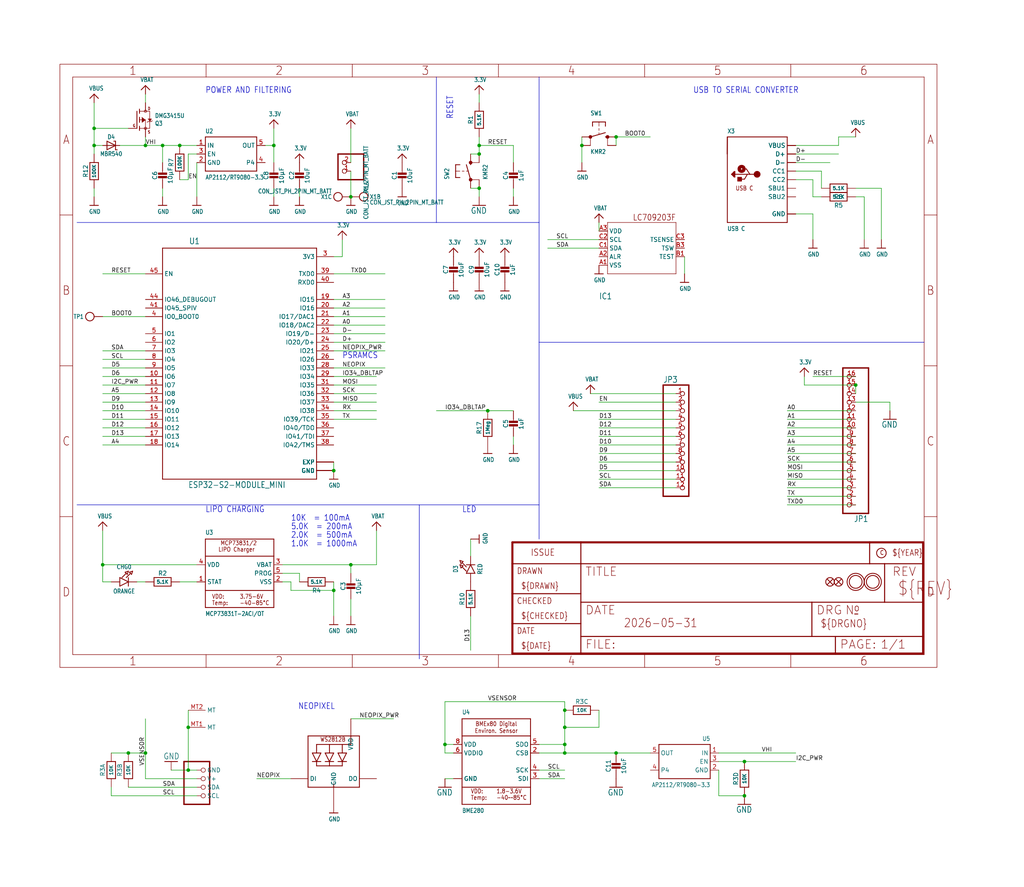
<source format=kicad_sch>
(kicad_sch (version 20230121) (generator eeschema)
  (paper "User" 303.962 263.246)
  (junction (at 167.64 220.98))
  (junction (at 142.24 55.88))
  (junction (at 43.18 43.18))
  (junction (at 172.72 43.18))
  (junction (at 142.24 43.18))
  (junction (at 81.28 43.18))
  (junction (at 27.94 38.1))
  (junction (at 167.64 210.82))
  (junction (at 53.34 43.18))
  (junction (at 55.88 215.9))
  (junction (at 182.88 40.64))
  (junction (at 48.26 43.18))
  (junction (at 142.24 45.72))
  (junction (at 132.08 220.98))
  (junction (at 254 114.3))
  (junction (at 220.98 236.22))
  (junction (at 38.1 223.52))
  (junction (at 144.78 121.92))
  (junction (at 43.18 223.52))
  (junction (at 104.14 167.64))
  (junction (at 104.14 58.42))
  (junction (at 167.64 215.9))
  (junction (at 167.64 223.52))
  (junction (at 220.98 226.06))
  (junction (at 27.94 43.18))
  (junction (at 30.48 167.64))
  (junction (at 99.06 175.26))
  (junction (at 182.88 223.52))
  (junction (at 55.88 228.6))
  (junction (at 99.06 139.7))
  (wire (pts (xy 35.56 43.18) (xy 43.18 43.18)) (stroke (width 0.1524)))
  (wire (pts (xy 220.98 226.06) (xy 236.22 226.06)) (stroke (width 0.1524)))
  (wire (pts (xy 38.1 38.1) (xy 27.94 38.1)) (stroke (width 0.1524)))
  (wire (pts (xy 160.02 220.98) (xy 167.64 220.98)) (stroke (width 0.1524)))
  (wire (pts (xy 238.76 111.76) (xy 238.76 114.3)) (stroke (width 0.1524)))
  (polyline (pts (xy 129.54 66.04) (xy 129.54 22.86)) (stroke (width 0.1524) (type solid)))
  (wire (pts (xy 99.06 76.2) (xy 101.6 76.2)) (stroke (width 0.1524)))
  (wire (pts (xy 162.56 73.66) (xy 177.8 73.66)) (stroke (width 0.1524)))
  (wire (pts (xy 254 149.86) (xy 233.68 149.86)) (stroke (width 0.1524)))
  (wire (pts (xy 43.18 231.14) (xy 58.42 231.14)) (stroke (width 0.1524)))
  (polyline (pts (xy 160.02 160.02) (xy 160.02 149.86)) (stroke (width 0.1524) (type solid)))
  (wire (pts (xy 254 137.16) (xy 233.68 137.16)) (stroke (width 0.1524)))
  (wire (pts (xy 55.88 210.82) (xy 55.88 215.9)) (stroke (width 0.1524)))
  (wire (pts (xy 254 121.92) (xy 233.68 121.92)) (stroke (width 0.1524)))
  (wire (pts (xy 254 139.7) (xy 233.68 139.7)) (stroke (width 0.1524)))
  (wire (pts (xy 86.36 175.26) (xy 99.06 175.26)) (stroke (width 0.1524)))
  (wire (pts (xy 83.82 172.72) (xy 86.36 172.72)) (stroke (width 0.1524)))
  (wire (pts (xy 43.18 40.64) (xy 43.18 43.18)) (stroke (width 0.1524)))
  (wire (pts (xy 43.18 223.52) (xy 43.18 213.36)) (stroke (width 0.1524)))
  (wire (pts (xy 48.26 55.88) (xy 48.26 58.42)) (stroke (width 0.1524)))
  (wire (pts (xy 43.18 93.98) (xy 30.48 93.98)) (stroke (width 0.1524)))
  (wire (pts (xy 142.24 45.72) (xy 139.7 45.72)) (stroke (width 0.1524)))
  (wire (pts (xy 43.18 119.38) (xy 30.48 119.38)) (stroke (width 0.1524)))
  (wire (pts (xy 177.8 132.08) (xy 200.66 132.08)) (stroke (width 0.1524)))
  (wire (pts (xy 99.06 96.52) (xy 114.3 96.52)) (stroke (width 0.1524)))
  (wire (pts (xy 111.76 157.48) (xy 111.76 167.64)) (stroke (width 0.1524)))
  (wire (pts (xy 81.28 48.26) (xy 81.28 43.18)) (stroke (width 0.1524)))
  (wire (pts (xy 43.18 43.18) (xy 48.26 43.18)) (stroke (width 0.1524)))
  (wire (pts (xy 30.48 127) (xy 43.18 127)) (stroke (width 0.1524)))
  (wire (pts (xy 99.06 172.72) (xy 99.06 175.26)) (stroke (width 0.1524)))
  (wire (pts (xy 99.06 109.22) (xy 114.3 109.22)) (stroke (width 0.1524)))
  (wire (pts (xy 142.24 43.18) (xy 142.24 45.72)) (stroke (width 0.1524)))
  (wire (pts (xy 78.74 43.18) (xy 81.28 43.18)) (stroke (width 0.1524)))
  (wire (pts (xy 177.8 119.38) (xy 200.66 119.38)) (stroke (width 0.1524)))
  (wire (pts (xy 177.8 71.12) (xy 162.56 71.12)) (stroke (width 0.1524)))
  (wire (pts (xy 104.14 170.18) (xy 104.14 167.64)) (stroke (width 0.1524)))
  (wire (pts (xy 81.28 55.88) (xy 81.28 58.42)) (stroke (width 0.1524)))
  (wire (pts (xy 182.88 40.64) (xy 193.04 40.64)) (stroke (width 0.1524)))
  (wire (pts (xy 182.88 40.64) (xy 182.88 43.18)) (stroke (width 0.1524)))
  (wire (pts (xy 83.82 167.64) (xy 104.14 167.64)) (stroke (width 0.1524)))
  (wire (pts (xy 104.14 213.36) (xy 116.84 213.36)) (stroke (width 0.1524)))
  (wire (pts (xy 27.94 45.72) (xy 27.94 43.18)) (stroke (width 0.1524)))
  (wire (pts (xy 99.06 93.98) (xy 114.3 93.98)) (stroke (width 0.1524)))
  (wire (pts (xy 33.02 223.52) (xy 38.1 223.52)) (stroke (width 0.1524)))
  (wire (pts (xy 200.66 129.54) (xy 177.8 129.54)) (stroke (width 0.1524)))
  (wire (pts (xy 43.18 81.28) (xy 30.48 81.28)) (stroke (width 0.1524)))
  (wire (pts (xy 213.36 236.22) (xy 220.98 236.22)) (stroke (width 0.1524)))
  (wire (pts (xy 172.72 40.64) (xy 172.72 43.18)) (stroke (width 0.1524)))
  (wire (pts (xy 83.82 170.18) (xy 88.9 170.18)) (stroke (width 0.1524)))
  (wire (pts (xy 99.06 99.06) (xy 114.3 99.06)) (stroke (width 0.1524)))
  (wire (pts (xy 99.06 175.26) (xy 99.06 182.88)) (stroke (width 0.1524)))
  (wire (pts (xy 236.22 223.52) (xy 213.36 223.52)) (stroke (width 0.1524)))
  (wire (pts (xy 81.28 43.18) (xy 81.28 38.1)) (stroke (width 0.1524)))
  (wire (pts (xy 43.18 27.94) (xy 43.18 30.48)) (stroke (width 0.1524)))
  (wire (pts (xy 99.06 88.9) (xy 114.3 88.9)) (stroke (width 0.1524)))
  (wire (pts (xy 99.06 114.3) (xy 111.76 114.3)) (stroke (width 0.1524)))
  (wire (pts (xy 27.94 58.42) (xy 27.94 55.88)) (stroke (width 0.1524)))
  (polyline (pts (xy 22.86 66.04) (xy 129.54 66.04)) (stroke (width 0.1524) (type solid)))
  (wire (pts (xy 99.06 91.44) (xy 114.3 91.44)) (stroke (width 0.1524)))
  (wire (pts (xy 27.94 43.18) (xy 27.94 38.1)) (stroke (width 0.1524)))
  (wire (pts (xy 58.42 48.26) (xy 58.42 58.42)) (stroke (width 0.1524)))
  (wire (pts (xy 104.14 38.1) (xy 104.14 48.26)) (stroke (width 0.1524)))
  (wire (pts (xy 254 58.42) (xy 256.54 58.42)) (stroke (width 0.1524)))
  (wire (pts (xy 104.14 58.42) (xy 104.14 50.8)) (stroke (width 0.1524)))
  (wire (pts (xy 99.06 81.28) (xy 114.3 81.28)) (stroke (width 0.1524)))
  (wire (pts (xy 132.08 220.98) (xy 132.08 208.28)) (stroke (width 0.1524)))
  (wire (pts (xy 30.48 157.48) (xy 30.48 167.64)) (stroke (width 0.1524)))
  (wire (pts (xy 58.42 233.68) (xy 38.1 233.68)) (stroke (width 0.1524)))
  (wire (pts (xy 152.4 58.42) (xy 152.4 55.88)) (stroke (width 0.1524)))
  (polyline (pts (xy 274.32 101.6) (xy 160.02 101.6)) (stroke (width 0.1524) (type solid)))
  (polyline (pts (xy 160.02 66.04) (xy 160.02 22.86)) (stroke (width 0.1524) (type solid)))
  (wire (pts (xy 142.24 40.64) (xy 142.24 43.18)) (stroke (width 0.1524)))
  (wire (pts (xy 99.06 104.14) (xy 114.3 104.14)) (stroke (width 0.1524)))
  (wire (pts (xy 134.62 220.98) (xy 132.08 220.98)) (stroke (width 0.1524)))
  (wire (pts (xy 144.78 121.92) (xy 129.54 121.92)) (stroke (width 0.1524)))
  (wire (pts (xy 43.18 231.14) (xy 43.18 223.52)) (stroke (width 0.1524)))
  (wire (pts (xy 200.66 142.24) (xy 177.8 142.24)) (stroke (width 0.1524)))
  (wire (pts (xy 132.08 231.14) (xy 134.62 231.14)) (stroke (width 0.1524)))
  (wire (pts (xy 167.64 220.98) (xy 167.64 223.52)) (stroke (width 0.1524)))
  (wire (pts (xy 172.72 43.18) (xy 172.72 48.26)) (stroke (width 0.1524)))
  (wire (pts (xy 53.34 53.34) (xy 55.88 53.34)) (stroke (width 0.1524)))
  (wire (pts (xy 254 119.38) (xy 264.16 119.38)) (stroke (width 0.1524)))
  (wire (pts (xy 142.24 27.94) (xy 142.24 30.48)) (stroke (width 0.1524)))
  (wire (pts (xy 104.14 177.8) (xy 104.14 182.88)) (stroke (width 0.1524)))
  (wire (pts (xy 55.88 228.6) (xy 58.42 228.6)) (stroke (width 0.1524)))
  (wire (pts (xy 139.7 55.88) (xy 142.24 55.88)) (stroke (width 0.1524)))
  (wire (pts (xy 86.36 172.72) (xy 86.36 175.26)) (stroke (width 0.1524)))
  (wire (pts (xy 254 132.08) (xy 233.68 132.08)) (stroke (width 0.1524)))
  (wire (pts (xy 43.18 124.46) (xy 30.48 124.46)) (stroke (width 0.1524)))
  (wire (pts (xy 152.4 121.92) (xy 144.78 121.92)) (stroke (width 0.1524)))
  (wire (pts (xy 30.48 43.18) (xy 27.94 43.18)) (stroke (width 0.1524)))
  (wire (pts (xy 200.66 121.92) (xy 170.18 121.92)) (stroke (width 0.1524)))
  (wire (pts (xy 55.88 228.6) (xy 50.8 228.6)) (stroke (width 0.1524)))
  (wire (pts (xy 43.18 129.54) (xy 30.48 129.54)) (stroke (width 0.1524)))
  (wire (pts (xy 55.88 215.9) (xy 55.88 228.6)) (stroke (width 0.1524)))
  (wire (pts (xy 177.8 210.82) (xy 177.8 215.9)) (stroke (width 0.1524)))
  (wire (pts (xy 264.16 119.38) (xy 264.16 121.92)) (stroke (width 0.1524)))
  (wire (pts (xy 86.36 231.14) (xy 76.2 231.14)) (stroke (width 0.1524)))
  (polyline (pts (xy 124.46 149.86) (xy 22.86 149.86)) (stroke (width 0.1524) (type solid)))
  (wire (pts (xy 220.98 226.06) (xy 213.36 226.06)) (stroke (width 0.1524)))
  (polyline (pts (xy 124.46 149.86) (xy 124.46 195.58)) (stroke (width 0.1524) (type solid)))
  (wire (pts (xy 193.04 223.52) (xy 182.88 223.52)) (stroke (width 0.1524)))
  (wire (pts (xy 160.02 223.52) (xy 167.64 223.52)) (stroke (width 0.1524)))
  (wire (pts (xy 33.02 236.22) (xy 33.02 233.68)) (stroke (width 0.1524)))
  (wire (pts (xy 200.66 139.7) (xy 177.8 139.7)) (stroke (width 0.1524)))
  (wire (pts (xy 30.48 111.76) (xy 43.18 111.76)) (stroke (width 0.1524)))
  (wire (pts (xy 30.48 104.14) (xy 43.18 104.14)) (stroke (width 0.1524)))
  (wire (pts (xy 167.64 208.28) (xy 167.64 210.82)) (stroke (width 0.1524)))
  (wire (pts (xy 99.06 121.92) (xy 111.76 121.92)) (stroke (width 0.1524)))
  (wire (pts (xy 200.66 124.46) (xy 177.8 124.46)) (stroke (width 0.1524)))
  (wire (pts (xy 142.24 43.18) (xy 152.4 43.18)) (stroke (width 0.1524)))
  (wire (pts (xy 58.42 236.22) (xy 33.02 236.22)) (stroke (width 0.1524)))
  (wire (pts (xy 241.3 53.34) (xy 241.3 58.42)) (stroke (width 0.1524)))
  (wire (pts (xy 233.68 129.54) (xy 254 129.54)) (stroke (width 0.1524)))
  (wire (pts (xy 139.7 182.88) (xy 139.7 193.04)) (stroke (width 0.1524)))
  (wire (pts (xy 43.18 116.84) (xy 30.48 116.84)) (stroke (width 0.1524)))
  (wire (pts (xy 243.84 50.8) (xy 243.84 55.88)) (stroke (width 0.1524)))
  (wire (pts (xy 213.36 228.6) (xy 213.36 236.22)) (stroke (width 0.1524)))
  (wire (pts (xy 132.08 223.52) (xy 132.08 220.98)) (stroke (width 0.1524)))
  (wire (pts (xy 236.22 50.8) (xy 243.84 50.8)) (stroke (width 0.1524)))
  (polyline (pts (xy 160.02 149.86) (xy 160.02 101.6)) (stroke (width 0.1524) (type solid)))
  (wire (pts (xy 111.76 124.46) (xy 99.06 124.46)) (stroke (width 0.1524)))
  (wire (pts (xy 30.48 121.92) (xy 43.18 121.92)) (stroke (width 0.1524)))
  (wire (pts (xy 104.14 167.64) (xy 111.76 167.64)) (stroke (width 0.1524)))
  (wire (pts (xy 53.34 43.18) (xy 48.26 43.18)) (stroke (width 0.1524)))
  (wire (pts (xy 167.64 215.9) (xy 167.64 220.98)) (stroke (width 0.1524)))
  (wire (pts (xy 139.7 165.1) (xy 139.7 160.02)) (stroke (width 0.1524)))
  (wire (pts (xy 152.4 48.26) (xy 152.4 43.18)) (stroke (width 0.1524)))
  (wire (pts (xy 43.18 132.08) (xy 30.48 132.08)) (stroke (width 0.1524)))
  (wire (pts (xy 177.8 127) (xy 200.66 127)) (stroke (width 0.1524)))
  (wire (pts (xy 55.88 53.34) (xy 55.88 45.72)) (stroke (width 0.1524)))
  (wire (pts (xy 134.62 223.52) (xy 132.08 223.52)) (stroke (width 0.1524)))
  (wire (pts (xy 254 116.84) (xy 254 114.3)) (stroke (width 0.1524)))
  (wire (pts (xy 142.24 55.88) (xy 142.24 58.42)) (stroke (width 0.1524)))
  (wire (pts (xy 152.4 132.08) (xy 152.4 129.54)) (stroke (width 0.1524)))
  (wire (pts (xy 99.06 137.16) (xy 99.06 139.7)) (stroke (width 0.1524)))
  (wire (pts (xy 238.76 114.3) (xy 254 114.3)) (stroke (width 0.1524)))
  (wire (pts (xy 167.64 210.82) (xy 167.64 215.9)) (stroke (width 0.1524)))
  (wire (pts (xy 53.34 172.72) (xy 58.42 172.72)) (stroke (width 0.1524)))
  (polyline (pts (xy 160.02 66.04) (xy 129.54 66.04)) (stroke (width 0.1524) (type solid)))
  (wire (pts (xy 99.06 111.76) (xy 111.76 111.76)) (stroke (width 0.1524)))
  (wire (pts (xy 241.3 63.5) (xy 236.22 63.5)) (stroke (width 0.1524)))
  (wire (pts (xy 38.1 223.52) (xy 43.18 223.52)) (stroke (width 0.1524)))
  (polyline (pts (xy 160.02 149.86) (xy 124.46 149.86)) (stroke (width 0.1524) (type solid)))
  (wire (pts (xy 236.22 53.34) (xy 241.3 53.34)) (stroke (width 0.1524)))
  (wire (pts (xy 99.06 119.38) (xy 111.76 119.38)) (stroke (width 0.1524)))
  (wire (pts (xy 160.02 228.6) (xy 167.64 228.6)) (stroke (width 0.1524)))
  (wire (pts (xy 40.64 172.72) (xy 43.18 172.72)) (stroke (width 0.1524)))
  (wire (pts (xy 256.54 58.42) (xy 256.54 71.12)) (stroke (width 0.1524)))
  (wire (pts (xy 27.94 38.1) (xy 27.94 30.48)) (stroke (width 0.1524)))
  (wire (pts (xy 43.18 109.22) (xy 30.48 109.22)) (stroke (width 0.1524)))
  (wire (pts (xy 254 124.46) (xy 233.68 124.46)) (stroke (width 0.1524)))
  (wire (pts (xy 43.18 114.3) (xy 30.48 114.3)) (stroke (width 0.1524)))
  (wire (pts (xy 58.42 43.18) (xy 53.34 43.18)) (stroke (width 0.1524)))
  (wire (pts (xy 88.9 55.88) (xy 88.9 58.42)) (stroke (width 0.1524)))
  (wire (pts (xy 175.26 116.84) (xy 200.66 116.84)) (stroke (width 0.1524)))
  (wire (pts (xy 203.2 81.28) (xy 203.2 76.2)) (stroke (width 0.1524)))
  (wire (pts (xy 48.26 43.18) (xy 48.26 48.26)) (stroke (width 0.1524)))
  (wire (pts (xy 254 127) (xy 233.68 127)) (stroke (width 0.1524)))
  (wire (pts (xy 30.48 167.64) (xy 58.42 167.64)) (stroke (width 0.1524)))
  (wire (pts (xy 254 134.62) (xy 233.68 134.62)) (stroke (width 0.1524)))
  (wire (pts (xy 241.3 63.5) (xy 241.3 71.12)) (stroke (width 0.1524)))
  (wire (pts (xy 254 144.78) (xy 233.68 144.78)) (stroke (width 0.1524)))
  (wire (pts (xy 177.8 134.62) (xy 200.66 134.62)) (stroke (width 0.1524)))
  (wire (pts (xy 167.64 223.52) (xy 182.88 223.52)) (stroke (width 0.1524)))
  (wire (pts (xy 43.18 106.68) (xy 30.48 106.68)) (stroke (width 0.1524)))
  (wire (pts (xy 99.06 116.84) (xy 111.76 116.84)) (stroke (width 0.1524)))
  (wire (pts (xy 55.88 45.72) (xy 58.42 45.72)) (stroke (width 0.1524)))
  (wire (pts (xy 248.92 40.64) (xy 254 40.64)) (stroke (width 0.1524)))
  (wire (pts (xy 177.8 137.16) (xy 200.66 137.16)) (stroke (width 0.1524)))
  (wire (pts (xy 33.02 172.72) (xy 30.48 172.72)) (stroke (width 0.1524)))
  (wire (pts (xy 254 111.76) (xy 241.3 111.76)) (stroke (width 0.1524)))
  (wire (pts (xy 30.48 172.72) (xy 30.48 167.64)) (stroke (width 0.1524)))
  (wire (pts (xy 233.68 142.24) (xy 254 142.24)) (stroke (width 0.1524)))
  (wire (pts (xy 233.68 147.32) (xy 254 147.32)) (stroke (width 0.1524)))
  (wire (pts (xy 241.3 58.42) (xy 243.84 58.42)) (stroke (width 0.1524)))
  (wire (pts (xy 236.22 48.26) (xy 246.38 48.26)) (stroke (width 0.1524)))
  (wire (pts (xy 177.8 215.9) (xy 167.64 215.9)) (stroke (width 0.1524)))
  (wire (pts (xy 254 55.88) (xy 261.62 55.88)) (stroke (width 0.1524)))
  (wire (pts (xy 177.8 66.04) (xy 177.8 68.58)) (stroke (width 0.1524)))
  (wire (pts (xy 177.8 144.78) (xy 200.66 144.78)) (stroke (width 0.1524)))
  (wire (pts (xy 101.6 76.2) (xy 101.6 71.12)) (stroke (width 0.1524)))
  (wire (pts (xy 236.22 45.72) (xy 248.92 45.72)) (stroke (width 0.1524)))
  (wire (pts (xy 132.08 208.28) (xy 167.64 208.28)) (stroke (width 0.1524)))
  (wire (pts (xy 236.22 43.18) (xy 248.92 43.18)) (stroke (width 0.1524)))
  (wire (pts (xy 261.62 55.88) (xy 261.62 71.12)) (stroke (width 0.1524)))
  (wire (pts (xy 88.9 170.18) (xy 88.9 172.72)) (stroke (width 0.1524)))
  (polyline (pts (xy 160.02 101.6) (xy 160.02 66.04)) (stroke (width 0.1524) (type solid)))
  (wire (pts (xy 99.06 101.6) (xy 114.3 101.6)) (stroke (width 0.1524)))
  (wire (pts (xy 160.02 231.14) (xy 167.64 231.14)) (stroke (width 0.1524)))
  (wire (pts (xy 248.92 43.18) (xy 248.92 40.64)) (stroke (width 0.1524)))
  (text "1.0K  = 1000mA" (at 86.36 162.56 0) (effects (font (size 1.778 1.5113)) (justify left bottom)))
  (text "2.0K  = 500mA" (at 86.36 160.02 0) (effects (font (size 1.778 1.5113)) (justify left bottom)))
  (text "RESET" (at 134.62 35.56 90) (effects (font (size 1.778 1.5113)) (justify left bottom)))
  (text "POWER AND FILTERING" (at 60.96 27.94 0) (effects (font (size 1.778 1.5113)) (justify left bottom)))
  (text "LED" (at 137.16 152.4 0) (effects (font (size 1.778 1.5113)) (justify left bottom)))
  (text "USB TO SERIAL CONVERTER" (at 205.74 27.94 0) (effects (font (size 1.778 1.5113)) (justify left bottom)))
  (text "NEOPIXEL" (at 93.98 210.82 0) (effects (font (size 1.778 1.5113)) (justify bottom)))
  (text "10K  = 100mA" (at 86.36 154.94 0) (effects (font (size 1.778 1.5113)) (justify left bottom)))
  (text "5.0K  = 200mA" (at 86.36 157.48 0) (effects (font (size 1.778 1.5113)) (justify left bottom)))
  (text "PSRAMCS" (at 101.6 106.68 0) (effects (font (size 1.778 1.5113)) (justify left bottom)))
  (text "LIPO CHARGING" (at 60.96 152.4 0) (effects (font (size 1.778 1.5113)) (justify left bottom)))
  (label "D-" (at 101.6 99.06 0) (effects (font (size 1.2446 1.2446))))
  (label "SCL" (at 162.56 228.6 0) (effects (font (size 1.2446 1.2446))))
  (label "A4" (at 233.68 132.08 0) (effects (font (size 1.2446 1.2446))))
  (label "D+" (at 236.22 45.72 0) (effects (font (size 1.2446 1.2446))))
  (label "SDA" (at 177.8 144.78 0) (effects (font (size 1.2446 1.2446))))
  (label "D12" (at 177.8 127 0) (effects (font (size 1.2446 1.2446))))
  (label "A2" (at 101.6 91.44 0) (effects (font (size 1.2446 1.2446))))
  (label "SCL" (at 165.1 71.12 0) (effects (font (size 1.2446 1.2446))))
  (label "D11" (at 33.02 124.46 0) (effects (font (size 1.2446 1.2446))))
  (label "I2C_PWR" (at 236.22 226.06 0) (effects (font (size 1.2446 1.2446))))
  (label "NEOPIX_PWR" (at 106.68 213.36 0) (effects (font (size 1.2446 1.2446))))
  (label "A2" (at 233.68 127 0) (effects (font (size 1.2446 1.2446))))
  (label "D12" (at 33.02 127 0) (effects (font (size 1.2446 1.2446))))
  (label "SCL" (at 33.02 106.68 0) (effects (font (size 1.2446 1.2446))))
  (label "VHI" (at 43.18 43.18 0) (effects (font (size 1.2446 1.2446))))
  (label "A1" (at 233.68 124.46 0) (effects (font (size 1.2446 1.2446))))
  (label "D5" (at 33.02 109.22 0) (effects (font (size 1.2446 1.2446))))
  (label "SCL" (at 177.8 142.24 0) (effects (font (size 1.2446 1.2446))))
  (label "RX" (at 101.6 121.92 0) (effects (font (size 1.2446 1.2446))))
  (label "NEOPIX_PWR" (at 101.6 104.14 0) (effects (font (size 1.2446 1.2446))))
  (label "D6" (at 177.8 137.16 0) (effects (font (size 1.2446 1.2446))))
  (label "D13" (at 177.8 124.46 0) (effects (font (size 1.2446 1.2446))))
  (label "RESET" (at 144.78 43.18 0) (effects (font (size 1.2446 1.2446))))
  (label "A3" (at 233.68 129.54 0) (effects (font (size 1.2446 1.2446))))
  (label "A0" (at 101.6 96.52 0) (effects (font (size 1.2446 1.2446))))
  (label "TXD0" (at 104.14 81.28 0) (effects (font (size 1.2446 1.2446))))
  (label "SCL" (at 48.26 236.22 0) (effects (font (size 1.2446 1.2446))))
  (label "D6" (at 33.02 111.76 0) (effects (font (size 1.2446 1.2446))))
  (label "D+" (at 101.6 101.6 0) (effects (font (size 1.2446 1.2446))))
  (label "SDA" (at 48.26 233.68 0) (effects (font (size 1.2446 1.2446))))
  (label "TX" (at 233.68 147.32 0) (effects (font (size 1.2446 1.2446))))
  (label "D10" (at 33.02 121.92 0) (effects (font (size 1.2446 1.2446))))
  (label "MISO" (at 233.68 142.24 0) (effects (font (size 1.2446 1.2446))))
  (label "MOSI" (at 233.68 139.7 0) (effects (font (size 1.2446 1.2446))))
  (label "D13" (at 139.7 190.5 90) (effects (font (size 1.2446 1.2446))))
  (label "A5" (at 33.02 116.84 0) (effects (font (size 1.2446 1.2446))))
  (label "EN" (at 55.88 53.34 0) (effects (font (size 1.2446 1.2446))))
  (label "SDA" (at 162.56 231.14 0) (effects (font (size 1.2446 1.2446))))
  (label "I2C_PWR" (at 33.02 114.3 0) (effects (font (size 1.2446 1.2446))))
  (label "A3" (at 101.6 88.9 0) (effects (font (size 1.2446 1.2446))))
  (label "NEOPIX" (at 76.2 231.14 0) (effects (font (size 1.2446 1.2446))))
  (label "RX" (at 233.68 144.78 0) (effects (font (size 1.2446 1.2446))))
  (label "TXD0" (at 233.68 149.86 0) (effects (font (size 1.2446 1.2446))))
  (label "SCK" (at 233.68 137.16 0) (effects (font (size 1.2446 1.2446))))
  (label "SDA" (at 33.02 104.14 0) (effects (font (size 1.2446 1.2446))))
  (label "VHI" (at 226.06 223.52 0) (effects (font (size 1.2446 1.2446))))
  (label "MOSI" (at 101.6 114.3 0) (effects (font (size 1.2446 1.2446))))
  (label "IO34_DBLTAP" (at 101.6 111.76 0) (effects (font (size 1.2446 1.2446))))
  (label "EN" (at 177.8 119.38 0) (effects (font (size 1.2446 1.2446))))
  (label "TX" (at 101.6 124.46 0) (effects (font (size 1.2446 1.2446))))
  (label "D9" (at 33.02 119.38 0) (effects (font (size 1.2446 1.2446))))
  (label "BOOT0" (at 185.42 40.64 0) (effects (font (size 1.2446 1.2446))))
  (label "D-" (at 236.22 48.26 0) (effects (font (size 1.2446 1.2446))))
  (label "BOOT0" (at 33.02 93.98 0) (effects (font (size 1.2446 1.2446))))
  (label "IO34_DBLTAP" (at 132.08 121.92 0) (effects (font (size 1.2446 1.2446))))
  (label "D11" (at 177.8 129.54 0) (effects (font (size 1.2446 1.2446))))
  (label "VSENSOR" (at 43.18 227.33 90) (effects (font (size 1.2446 1.2446))))
  (label "VSENSOR" (at 144.78 208.28 0) (effects (font (size 1.2446 1.2446))))
  (label "SDA" (at 165.1 73.66 0) (effects (font (size 1.2446 1.2446))))
  (label "D13" (at 33.02 129.54 0) (effects (font (size 1.2446 1.2446))))
  (label "D5" (at 177.8 139.7 0) (effects (font (size 1.2446 1.2446))))
  (label "SCK" (at 101.6 116.84 0) (effects (font (size 1.2446 1.2446))))
  (label "A0" (at 233.68 121.92 0) (effects (font (size 1.2446 1.2446))))
  (label "A1" (at 101.6 93.98 0) (effects (font (size 1.2446 1.2446))))
  (label "D10" (at 177.8 132.08 0) (effects (font (size 1.2446 1.2446))))
  (label "A4" (at 33.02 132.08 0) (effects (font (size 1.2446 1.2446))))
  (label "RESET" (at 33.02 81.28 0) (effects (font (size 1.2446 1.2446))))
  (label "A5" (at 233.68 134.62 0) (effects (font (size 1.2446 1.2446))))
  (label "RESET" (at 241.3 111.76 0) (effects (font (size 1.2446 1.2446))))
  (label "NEOPIX" (at 101.6 109.22 0) (effects (font (size 1.2446 1.2446))))
  (label "D9" (at 177.8 134.62 0) (effects (font (size 1.2446 1.2446))))
  (label "MISO" (at 101.6 119.38 0) (effects (font (size 1.2446 1.2446))))
  (symbol (lib_id "working-eagle-import:GND") (at 104.14 185.42 0) (unit 1)
    (property "Reference" "#U$33" (effects hide))
    (property "Value" "GND" (at 102.616 187.96 0) (effects (font (size 1.27 1.0795)) (justify left bottom)))
  )
  (symbol (lib_id "working-eagle-import:RESISTOR_0603_NOOUT") (at 139.7 177.8 90) (unit 1)
    (property "Reference" "R10" (at 137.16 177.8 0))
    (property "Value" "5.1K" (at 139.7 177.8 0) (effects (font (size 1.016 1.016) bold)))
    (property "Footprint" "working:0603-NO" (effects hide))
  )
  (symbol (lib_id "working-eagle-import:VBUS") (at 170.18 119.38 0) (unit 1)
    (property "Reference" "#U$19" (effects hide))
    (property "Value" "VBUS" (at 168.656 118.364 0) (effects (font (size 1.27 1.0795)) (justify left bottom)))
  )
  (symbol (lib_id "working-eagle-import:supply1_GND") (at 50.8 226.06 180) (unit 1)
    (property "Reference" "#GND1" (effects hide))
    (property "Value" "GND" (at 53.34 223.52 0) (effects (font (size 1.778 1.5113)) (justify left bottom)))
  )
  (symbol (lib_id "working-eagle-import:CAP_CERAMIC0805-NOOUTLINE") (at 119.38 53.34 0) (unit 1)
    (property "Reference" "C1" (at 117.09 52.09 90))
    (property "Value" "10uF" (at 121.68 52.09 90))
    (property "Footprint" "working:0805-NO" (effects hide))
  )
  (symbol (lib_id "working-eagle-import:VBAT") (at 177.8 63.5 0) (unit 1)
    (property "Reference" "#U$18" (effects hide))
    (property "Value" "VBAT" (at 176.276 62.484 0) (effects (font (size 1.27 1.0795)) (justify left bottom)))
  )
  (symbol (lib_id "working-eagle-import:MCP73831/2") (at 71.12 170.18 0) (unit 1)
    (property "Reference" "U3" (at 60.96 158.75 0) (effects (font (size 1.27 1.0795)) (justify left bottom)))
    (property "Value" "MCP73831T-2ACI/OT" (at 60.96 182.88 0) (effects (font (size 1.27 1.0795)) (justify left bottom)))
    (property "Footprint" "working:SOT23-5" (effects hide))
  )
  (symbol (lib_id "working-eagle-import:CAP_CERAMIC0805-NOOUTLINE") (at 48.26 53.34 0) (unit 1)
    (property "Reference" "C6" (at 45.97 52.09 90))
    (property "Value" "10µF" (at 50.56 52.09 90))
    (property "Footprint" "working:0805-NO" (effects hide))
  )
  (symbol (lib_id "working-eagle-import:supply1_GND") (at 132.08 233.68 0) (unit 1)
    (property "Reference" "#GND2" (effects hide))
    (property "Value" "GND" (at 129.54 236.22 0) (effects (font (size 1.778 1.5113)) (justify left bottom)))
  )
  (symbol (lib_id "working-eagle-import:3.3V") (at 88.9 45.72 0) (unit 1)
    (property "Reference" "#U$24" (effects hide))
    (property "Value" "3.3V" (at 87.376 44.704 0) (effects (font (size 1.27 1.0795)) (justify left bottom)))
  )
  (symbol (lib_id "working-eagle-import:VBUS") (at 254 38.1 0) (unit 1)
    (property "Reference" "#U$28" (effects hide))
    (property "Value" "VBUS" (at 252.476 37.084 0) (effects (font (size 1.27 1.0795)) (justify left bottom)))
  )
  (symbol (lib_id "working-eagle-import:GND") (at 142.24 86.36 0) (unit 1)
    (property "Reference" "#U$46" (effects hide))
    (property "Value" "GND" (at 140.716 88.9 0) (effects (font (size 1.27 1.0795)) (justify left bottom)))
  )
  (symbol (lib_id "working-eagle-import:RESISTOR_0603_NOOUT") (at 142.24 35.56 90) (unit 1)
    (property "Reference" "R1" (at 139.7 35.56 0))
    (property "Value" "5.1K" (at 142.24 35.56 0) (effects (font (size 1.016 1.016) bold)))
    (property "Footprint" "working:0603-NO" (effects hide))
  )
  (symbol (lib_id "working-eagle-import:LC709203F/MH") (at 190.5 73.66 0) (unit 1)
    (property "Reference" "IC1" (at 177.8 88.9 0) (effects (font (size 1.778 1.5113)) (justify left bottom)))
    (property "Value" "LC709203F/MH" (effects hide))
    (property "Footprint" "working:WLCSP9" (effects hide))
  )
  (symbol (lib_id "working-eagle-import:FRAME_A4") (at 17.78 198.12 0) (unit 1)
    (property "Reference" "#FRAME1" (effects hide))
    (property "Value" "FRAME_A4" (effects hide))
  )
  (symbol (lib_id "working-eagle-import:CON_JST_PH_2PIN_MT_BATT") (at 104.14 58.42 270) (unit 2)
    (property "Reference" "X1" (at 109.728 58.42 90) (effects (font (size 1.27 1.0795)) (justify left)))
    (property "Value" "CON_JST_PH_2PIN_MT_BATT" (at 109.728 60.071 90) (effects (font (size 1.27 1.0795)) (justify left)))
    (property "Footprint" "working:JSTPH2_BATT" (effects hide))
  )
  (symbol (lib_id "working-eagle-import:TESTPOINTROUND1.5MMNO") (at 30.48 93.98 90) (unit 1)
    (property "Reference" "TP1" (at 24.892 93.98 90) (effects (font (size 1.27 1.0795)) (justify left)))
    (property "Value" "TESTPOINTROUND1.5MMNO" (effects hide))
    (property "Footprint" "working:TESTPOINT_ROUND_1.5MM_NO" (effects hide))
  )
  (symbol (lib_id "working-eagle-import:CAP_CERAMIC0603_NO") (at 149.86 81.28 0) (unit 1)
    (property "Reference" "C10" (at 147.57 80.03 90))
    (property "Value" "1uF" (at 152.16 80.03 90))
    (property "Footprint" "working:0603-NO" (effects hide))
  )
  (symbol (lib_id "working-eagle-import:3.3V") (at 101.6 68.58 0) (unit 1)
    (property "Reference" "#U$11" (effects hide))
    (property "Value" "3.3V" (at 100.076 67.564 0) (effects (font (size 1.27 1.0795)) (justify left bottom)))
  )
  (symbol (lib_id "working-eagle-import:CAP_CERAMIC0805-NOOUTLINE") (at 134.62 81.28 0) (unit 1)
    (property "Reference" "C7" (at 132.33 80.03 90))
    (property "Value" "10uF" (at 136.92 80.03 90))
    (property "Footprint" "working:0805-NO" (effects hide))
  )
  (symbol (lib_id "working-eagle-import:ESP32-S2-MODULE_MINI") (at 71.12 106.68 0) (unit 1)
    (property "Reference" "U1" (at 56.0841 72.5455 0) (effects (font (size 1.778 1.5113)) (justify left bottom)))
    (property "Value" "ESP32-S2-MODULE_MINI" (at 55.8333 144.8881 0) (effects (font (size 1.778 1.5113)) (justify left bottom)))
    (property "Footprint" "working:QFN60_ESP32-S2-MINI-1_EXP" (effects hide))
  )
  (symbol (lib_id "working-eagle-import:supply1_GND") (at 264.16 124.46 0) (unit 1)
    (property "Reference" "#GND4" (effects hide))
    (property "Value" "GND" (at 261.62 127 0) (effects (font (size 1.778 1.5113)) (justify left bottom)))
  )
  (symbol (lib_id "working-eagle-import:supply1_GND") (at 182.88 233.68 0) (unit 1)
    (property "Reference" "#GND3" (effects hide))
    (property "Value" "GND" (at 180.34 236.22 0) (effects (font (size 1.778 1.5113)) (justify left bottom)))
  )
  (symbol (lib_id "working-eagle-import:GND") (at 81.28 60.96 0) (unit 1)
    (property "Reference" "#U$29" (effects hide))
    (property "Value" "GND" (at 79.756 63.5 0) (effects (font (size 1.27 1.0795)) (justify left bottom)))
  )
  (symbol (lib_id "working-eagle-import:USB_C") (at 226.06 53.34 0) (unit 1)
    (property "Reference" "X3" (at 215.9 39.624 0) (effects (font (size 1.27 1.0795)) (justify left bottom)))
    (property "Value" "USB C" (at 215.9 68.58 0) (effects (font (size 1.27 1.0795)) (justify left bottom)))
    (property "Footprint" "working:USB_C_CUSB31-CFM2AX-01-X" (effects hide))
  )
  (symbol (lib_id "working-eagle-import:VREG_SOT23-5") (at 68.58 45.72 0) (unit 1)
    (property "Reference" "U2" (at 60.96 39.624 0) (effects (font (size 1.27 1.0795)) (justify left bottom)))
    (property "Value" "AP2112/RT9080-3.3" (at 60.96 53.34 0) (effects (font (size 1.27 1.0795)) (justify left bottom)))
    (property "Footprint" "working:SOT23-5" (effects hide))
  )
  (symbol (lib_id "working-eagle-import:RESISTOR_4PACK") (at 172.72 210.82 0) (unit 3)
    (property "Reference" "R3" (at 172.72 208.28 0))
    (property "Value" "10K" (at 172.72 210.82 0) (effects (font (size 1.016 1.016) bold)))
    (property "Footprint" "working:RESPACK_4X0603" (effects hide))
  )
  (symbol (lib_id "working-eagle-import:LED0603_NOOUTLINE") (at 38.1 172.72 0) (unit 1)
    (property "Reference" "CHG0" (at 36.83 168.275 0) (effects (font (size 1.27 1.0795))))
    (property "Value" "ORANGE" (at 36.83 175.514 0) (effects (font (size 1.27 1.0795))))
    (property "Footprint" "working:CHIPLED_0603_NOOUTLINE" (effects hide))
  )
  (symbol (lib_id "working-eagle-import:GND") (at 261.62 73.66 0) (unit 1)
    (property "Reference" "#U$12" (effects hide))
    (property "Value" "GND" (at 260.096 76.2 0) (effects (font (size 1.27 1.0795)) (justify left bottom)))
  )
  (symbol (lib_id "working-eagle-import:VREG_SOT23-5") (at 203.2 226.06 0) (mirror y) (unit 1)
    (property "Reference" "U5" (at 210.82 219.964 0) (effects (font (size 1.27 1.0795)) (justify left bottom)))
    (property "Value" "AP2112/RT9080-3.3" (at 210.82 233.68 0) (effects (font (size 1.27 1.0795)) (justify left bottom)))
    (property "Footprint" "working:SOT23-5" (effects hide))
  )
  (symbol (lib_id "working-eagle-import:FIDUCIAL_1MM") (at 248.92 172.72 0) (unit 1)
    (property "Reference" "U$34" (effects hide))
    (property "Value" "FIDUCIAL_1MM" (effects hide))
    (property "Footprint" "working:FIDUCIAL_1MM" (effects hide))
  )
  (symbol (lib_id "working-eagle-import:FRAME_A4") (at 152.4 195.58 0) (unit 2)
    (property "Reference" "#FRAME1" (effects hide))
    (property "Value" "FRAME_A4" (effects hide))
  )
  (symbol (lib_id "working-eagle-import:GND") (at 27.94 60.96 0) (unit 1)
    (property "Reference" "#U$25" (effects hide))
    (property "Value" "GND" (at 26.416 63.5 0) (effects (font (size 1.27 1.0795)) (justify left bottom)))
  )
  (symbol (lib_id "working-eagle-import:CAP_CERAMIC0603_NO") (at 152.4 53.34 0) (unit 1)
    (property "Reference" "C4" (at 150.11 52.09 90))
    (property "Value" "1uF" (at 154.7 52.09 90))
    (property "Footprint" "working:0603-NO" (effects hide))
  )
  (symbol (lib_id "working-eagle-import:3.3V") (at 149.86 73.66 0) (unit 1)
    (property "Reference" "#U$44" (effects hide))
    (property "Value" "3.3V" (at 148.336 72.644 0) (effects (font (size 1.27 1.0795)) (justify left bottom)))
  )
  (symbol (lib_id "working-eagle-import:3.3V") (at 238.76 109.22 0) (unit 1)
    (property "Reference" "#U$6" (effects hide))
    (property "Value" "3.3V" (at 237.236 108.204 0) (effects (font (size 1.27 1.0795)) (justify left bottom)))
  )
  (symbol (lib_id "working-eagle-import:GND") (at 99.06 185.42 0) (unit 1)
    (property "Reference" "#U$36" (effects hide))
    (property "Value" "GND" (at 97.536 187.96 0) (effects (font (size 1.27 1.0795)) (justify left bottom)))
  )
  (symbol (lib_id "working-eagle-import:CAP_CERAMIC_0805MP") (at 182.88 228.6 0) (unit 1)
    (property "Reference" "C11" (at 180.59 227.35 90))
    (property "Value" "10uF" (at 185.18 227.35 90))
    (property "Footprint" "working:_0805MP" (effects hide))
  )
  (symbol (lib_id "working-eagle-import:GND") (at 177.8 81.28 0) (unit 1)
    (property "Reference" "#U$48" (effects hide))
    (property "Value" "GND" (at 176.276 83.82 0) (effects (font (size 1.27 1.0795)) (justify left bottom)))
  )
  (symbol (lib_id "working-eagle-import:GND") (at 119.38 58.42 0) (unit 1)
    (property "Reference" "#U$4" (effects hide))
    (property "Value" "GND" (at 117.856 60.96 0) (effects (font (size 1.27 1.0795)) (justify left bottom)))
  )
  (symbol (lib_id "working-eagle-import:GND") (at 99.06 142.24 0) (unit 1)
    (property "Reference" "#U$37" (effects hide))
    (property "Value" "GND" (at 97.536 144.78 0) (effects (font (size 1.27 1.0795)) (justify left bottom)))
  )
  (symbol (lib_id "working-eagle-import:RESISTOR_0603_NOOUT") (at 27.94 50.8 90) (unit 1)
    (property "Reference" "R12" (at 25.4 50.8 0))
    (property "Value" "100K" (at 27.94 50.8 0) (effects (font (size 1.016 1.016) bold)))
    (property "Footprint" "working:0603-NO" (effects hide))
  )
  (symbol (lib_id "working-eagle-import:GND") (at 172.72 50.8 0) (unit 1)
    (property "Reference" "#U$51" (effects hide))
    (property "Value" "GND" (at 171.196 53.34 0) (effects (font (size 1.27 1.0795)) (justify left bottom)))
  )
  (symbol (lib_id "working-eagle-import:GND") (at 203.2 83.82 0) (unit 1)
    (property "Reference" "#U$50" (effects hide))
    (property "Value" "GND" (at 201.676 86.36 0) (effects (font (size 1.27 1.0795)) (justify left bottom)))
  )
  (symbol (lib_id "working-eagle-import:STEMMA_I2C_QTRA") (at 55.88 210.82 0) (unit 3)
    (property "Reference" "CONN1" (effects hide))
    (property "Value" "STEMMA_I2C_QTRA" (effects hide))
    (property "Footprint" "working:JST_SH4_RA" (effects hide))
  )
  (symbol (lib_id "working-eagle-import:3.3V") (at 134.62 73.66 0) (unit 1)
    (property "Reference" "#U$41" (effects hide))
    (property "Value" "3.3V" (at 133.096 72.644 0) (effects (font (size 1.27 1.0795)) (justify left bottom)))
  )
  (symbol (lib_id "working-eagle-import:LED0603_NOOUTLINE") (at 139.7 167.64 90) (unit 1)
    (property "Reference" "D3" (at 135.255 168.91 0) (effects (font (size 1.27 1.0795))))
    (property "Value" "RED" (at 142.494 168.91 0) (effects (font (size 1.27 1.0795))))
    (property "Footprint" "working:CHIPLED_0603_NOOUTLINE" (effects hide))
  )
  (symbol (lib_id "working-eagle-import:RESISTOR_4PACK") (at 33.02 228.6 90) (unit 1)
    (property "Reference" "R3" (at 30.48 228.6 0))
    (property "Value" "10K" (at 33.02 228.6 0) (effects (font (size 1.016 1.016) bold)))
    (property "Footprint" "working:RESPACK_4X0603" (effects hide))
  )
  (symbol (lib_id "working-eagle-import:3.3V") (at 81.28 35.56 0) (unit 1)
    (property "Reference" "#U$10" (effects hide))
    (property "Value" "3.3V" (at 79.756 34.544 0) (effects (font (size 1.27 1.0795)) (justify left bottom)))
  )
  (symbol (lib_id "working-eagle-import:RESISTOR_0603_NOOUT") (at 53.34 48.26 90) (unit 1)
    (property "Reference" "R7" (at 50.8 48.26 0))
    (property "Value" "100K" (at 53.34 48.26 0) (effects (font (size 1.016 1.016) bold)))
    (property "Footprint" "working:0603-NO" (effects hide))
  )
  (symbol (lib_id "working-eagle-import:STEMMA_I2C_QTRA") (at 55.88 215.9 0) (unit 2)
    (property "Reference" "CONN1" (effects hide))
    (property "Value" "STEMMA_I2C_QTRA" (effects hide))
    (property "Footprint" "working:JST_SH4_RA" (effects hide))
  )
  (symbol (lib_id "working-eagle-import:SWITCH_TACT_SMT4.6X2.8") (at 139.7 50.8 90) (unit 1)
    (property "Reference" "SW2" (at 133.35 53.34 0) (effects (font (size 1.27 1.0795)) (justify left bottom)))
    (property "Value" "KMR2" (at 144.78 53.34 0) (effects (font (size 1.27 1.0795)) (justify left bottom)))
    (property "Footprint" "working:BTN_KMR2_4.6X2.8" (effects hide))
  )
  (symbol (lib_id "working-eagle-import:RESISTOR_4PACK") (at 38.1 228.6 90) (unit 2)
    (property "Reference" "R3" (at 35.56 228.6 0))
    (property "Value" "10K" (at 38.1 228.6 0) (effects (font (size 1.016 1.016) bold)))
    (property "Footprint" "working:RESPACK_4X0603" (effects hide))
  )
  (symbol (lib_id "working-eagle-import:GND") (at 48.26 60.96 0) (unit 1)
    (property "Reference" "#U$27" (effects hide))
    (property "Value" "GND" (at 46.736 63.5 0) (effects (font (size 1.27 1.0795)) (justify left bottom)))
  )
  (symbol (lib_id "working-eagle-import:GND") (at 149.86 86.36 0) (unit 1)
    (property "Reference" "#U$47" (effects hide))
    (property "Value" "GND" (at 148.336 88.9 0) (effects (font (size 1.27 1.0795)) (justify left bottom)))
  )
  (symbol (lib_id "working-eagle-import:VBUS") (at 30.48 154.94 0) (unit 1)
    (property "Reference" "#U$38" (effects hide))
    (property "Value" "VBUS" (at 28.956 153.924 0) (effects (font (size 1.27 1.0795)) (justify left bottom)))
  )
  (symbol (lib_id "working-eagle-import:supply1_GND") (at 220.98 238.76 0) (unit 1)
    (property "Reference" "#GND5" (effects hide))
    (property "Value" "GND" (at 218.44 241.3 0) (effects (font (size 1.778 1.5113)) (justify left bottom)))
  )
  (symbol (lib_id "working-eagle-import:VBAT") (at 175.26 114.3 0) (unit 1)
    (property "Reference" "#U$20" (effects hide))
    (property "Value" "VBAT" (at 173.736 113.284 0) (effects (font (size 1.27 1.0795)) (justify left bottom)))
  )
  (symbol (lib_id "working-eagle-import:RESISTOR_0603_NOOUT") (at 48.26 172.72 0) (unit 1)
    (property "Reference" "R2" (at 48.26 170.18 0))
    (property "Value" "5.1K" (at 48.26 172.72 0) (effects (font (size 1.016 1.016) bold)))
    (property "Footprint" "working:0603-NO" (effects hide))
  )
  (symbol (lib_id "working-eagle-import:CAP_CERAMIC0805-NOOUTLINE") (at 142.24 81.28 0) (unit 1)
    (property "Reference" "C9" (at 139.95 80.03 90))
    (property "Value" "10uF" (at 144.54 80.03 90))
    (property "Footprint" "working:0805-NO" (effects hide))
  )
  (symbol (lib_id "working-eagle-import:SWITCH_TACT_SMT4.6X2.8") (at 177.8 40.64 0) (unit 1)
    (property "Reference" "SW1" (at 175.26 34.29 0) (effects (font (size 1.27 1.0795)) (justify left bottom)))
    (property "Value" "KMR2" (at 175.26 45.72 0) (effects (font (size 1.27 1.0795)) (justify left bottom)))
    (property "Footprint" "working:BTN_KMR2_4.6X2.8" (effects hide))
  )
  (symbol (lib_id "working-eagle-import:CON_JST_PH_2PIN_MT_BATT") (at 104.14 58.42 90) (unit 3)
    (property "Reference" "X1" (at 98.552 58.42 90) (effects (font (size 1.27 1.0795)) (justify left)))
    (property "Value" "CON_JST_PH_2PIN_MT_BATT" (at 98.552 56.769 90) (effects (font (size 1.27 1.0795)) (justify left)))
    (property "Footprint" "working:JSTPH2_BATT" (effects hide))
  )
  (symbol (lib_id "working-eagle-import:FIDUCIAL_1MM") (at 246.38 172.72 0) (unit 1)
    (property "Reference" "U$35" (effects hide))
    (property "Value" "FIDUCIAL_1MM" (effects hide))
    (property "Footprint" "working:FIDUCIAL_1MM" (effects hide))
  )
  (symbol (lib_id "working-eagle-import:GND") (at 256.54 73.66 0) (unit 1)
    (property "Reference" "#U$1" (effects hide))
    (property "Value" "GND" (at 255.016 76.2 0) (effects (font (size 1.27 1.0795)) (justify left bottom)))
  )
  (symbol (lib_id "working-eagle-import:STEMMA_I2C_QTRA") (at 58.42 233.68 0) (unit 1)
    (property "Reference" "CONN1" (effects hide))
    (property "Value" "STEMMA_I2C_QTRA" (effects hide))
    (property "Footprint" "working:JST_SH4_RA" (effects hide))
  )
  (symbol (lib_id "working-eagle-import:GND") (at 134.62 86.36 0) (unit 1)
    (property "Reference" "#U$45" (effects hide))
    (property "Value" "GND" (at 133.096 88.9 0) (effects (font (size 1.27 1.0795)) (justify left bottom)))
  )
  (symbol (lib_id "working-eagle-import:CON_JST_PH_2PIN_MT_BATT") (at 101.6 48.26 180) (unit 1)
    (property "Reference" "X1" (at 107.95 53.975 90) (effects (font (size 1.27 1.0795)) (justify left bottom)))
    (property "Value" "CON_JST_PH_2PIN_MT_BATT" (at 107.95 43.18 90) (effects (font (size 1.27 1.0795)) (justify left bottom)))
    (property "Footprint" "working:JSTPH2_BATT" (effects hide))
  )
  (symbol (lib_id "working-eagle-import:CAP_CERAMIC0805-NOOUTLINE") (at 81.28 53.34 0) (unit 1)
    (property "Reference" "C8" (at 78.99 52.09 90))
    (property "Value" "10µF" (at 83.58 52.09 90))
    (property "Footprint" "working:0805-NO" (effects hide))
    (property "REV" "C" (effects hide))
  )
  (symbol (lib_id "working-eagle-import:CAP_CERAMIC0805-NOOUTLINE") (at 104.14 175.26 0) (unit 1)
    (property "Reference" "C3" (at 101.85 174.01 90))
    (property "Value" "10µF" (at 106.44 174.01 90))
    (property "Footprint" "working:0805-NO" (effects hide))
  )
  (symbol (lib_id "working-eagle-import:3.3V") (at 142.24 73.66 0) (unit 1)
    (property "Reference" "#U$43" (effects hide))
    (property "Value" "3.3V" (at 140.716 72.644 0) (effects (font (size 1.27 1.0795)) (justify left bottom)))
  )
  (symbol (lib_id "working-eagle-import:VBAT") (at 43.18 25.4 0) (unit 1)
    (property "Reference" "#U$21" (effects hide))
    (property "Value" "VBAT" (at 41.656 24.384 0) (effects (font (size 1.27 1.0795)) (justify left bottom)))
  )
  (symbol (lib_id "working-eagle-import:DIODE-SCHOTTKYSOD-123") (at 33.02 43.18 0) (unit 1)
    (property "Reference" "D4" (at 33.02 40.64 0) (effects (font (size 1.27 1.0795))))
    (property "Value" "MBR540" (at 33.02 45.68 0) (effects (font (size 1.27 1.0795))))
    (property "Footprint" "working:SOD-123" (effects hide))
  )
  (symbol (lib_id "working-eagle-import:GND") (at 241.3 73.66 0) (unit 1)
    (property "Reference" "#U$23" (effects hide))
    (property "Value" "GND" (at 239.776 76.2 0) (effects (font (size 1.27 1.0795)) (justify left bottom)))
  )
  (symbol (lib_id "working-eagle-import:RESISTOR_0603_NOOUT") (at 93.98 172.72 180) (unit 1)
    (property "Reference" "R4" (at 93.98 175.26 0))
    (property "Value" "5.1K" (at 93.98 172.72 0) (effects (font (size 1.016 1.016) bold)))
    (property "Footprint" "working:0603-NO" (effects hide))
  )
  (symbol (lib_id "working-eagle-import:RESISTOR_0603_NOOUT") (at 248.92 58.42 180) (unit 1)
    (property "Reference" "R5" (at 248.92 60.96 0))
    (property "Value" "5.1K" (at 248.92 58.42 0) (effects (font (size 1.016 1.016) bold)))
    (property "Footprint" "working:0603-NO" (effects hide))
  )
  (symbol (lib_id "working-eagle-import:GND") (at 152.4 60.96 0) (unit 1)
    (property "Reference" "#U$42" (effects hide))
    (property "Value" "GND" (at 150.876 63.5 0) (effects (font (size 1.27 1.0795)) (justify left bottom)))
  )
  (symbol (lib_id "working-eagle-import:GND") (at 152.4 134.62 0) (unit 1)
    (property "Reference" "#U$40" (effects hide))
    (property "Value" "GND" (at 150.876 137.16 0) (effects (font (size 1.27 1.0795)) (justify left bottom)))
  )
  (symbol (lib_id "working-eagle-import:GND") (at 58.42 60.96 0) (unit 1)
    (property "Reference" "#U$30" (effects hide))
    (property "Value" "GND" (at 56.896 63.5 0) (effects (font (size 1.27 1.0795)) (justify left bottom)))
  )
  (symbol (lib_id "working-eagle-import:HEADER-1X16ROUND") (at 251.46 132.08 180) (unit 1)
    (property "Reference" "JP1" (at 257.81 153.035 0) (effects (font (size 1.778 1.5113)) (justify left bottom)))
    (property "Value" "HEADER-1X16ROUND" (effects hide))
    (property "Footprint" "working:1X16_ROUND" (effects hide))
  )
  (symbol (lib_id "working-eagle-import:VBUS") (at 27.94 27.94 0) (unit 1)
    (property "Reference" "#U$3" (effects hide))
    (property "Value" "VBUS" (at 26.416 26.924 0) (effects (font (size 1.27 1.0795)) (justify left bottom)))
  )
  (symbol (lib_id "working-eagle-import:CAP_CERAMIC0603_NO") (at 152.4 127 0) (unit 1)
    (property "Reference" "C5" (at 150.11 125.75 90))
    (property "Value" "1uF" (at 154.7 125.75 90))
    (property "Footprint" "working:0603-NO" (effects hide))
  )
  (symbol (lib_id "working-eagle-import:RESISTOR_0603_NOOUT") (at 144.78 127 90) (unit 1)
    (property "Reference" "R17" (at 142.24 127 0))
    (property "Value" "1Meg" (at 144.78 127 0) (effects (font (size 1.016 1.016) bold)))
    (property "Footprint" "working:0603-NO" (effects hide))
  )
  (symbol (lib_id "working-eagle-import:WS2812B_SK6805_1515") (at 99.06 228.6 0) (unit 1)
    (property "Reference" "LED1" (effects hide))
    (property "Value" "WS2812B_SK6805_1515" (effects hide))
    (property "Footprint" "working:SK6805_1515" (effects hide))
  )
  (symbol (lib_id "working-eagle-import:RESISTOR_4PACK") (at 220.98 231.14 90) (unit 4)
    (property "Reference" "R3" (at 218.44 231.14 0))
    (property "Value" "10K" (at 220.98 231.14 0) (effects (font (size 1.016 1.016) bold)))
    (property "Footprint" "working:RESPACK_4X0603" (effects hide))
  )
  (symbol (lib_id "working-eagle-import:RESISTOR_0603_NOOUT") (at 248.92 55.88 180) (unit 1)
    (property "Reference" "R8" (at 248.92 58.42 0))
    (property "Value" "5.1K" (at 248.92 55.88 0) (effects (font (size 1.016 1.016) bold)))
    (property "Footprint" "working:0603-NO" (effects hide))
  )
  (symbol (lib_id "working-eagle-import:VBAT") (at 111.76 154.94 0) (unit 1)
    (property "Reference" "#U$39" (effects hide))
    (property "Value" "VBAT" (at 110.236 153.924 0) (effects (font (size 1.27 1.0795)) (justify left bottom)))
  )
  (symbol (lib_id "working-eagle-import:GND") (at 88.9 60.96 0) (unit 1)
    (property "Reference" "#U$17" (effects hide))
    (property "Value" "GND" (at 87.376 63.5 0) (effects (font (size 1.27 1.0795)) (justify left bottom)))
  )
  (symbol (lib_id "working-eagle-import:CAP_CERAMIC0805-NOOUTLINE") (at 88.9 53.34 0) (unit 1)
    (property "Reference" "C2" (at 86.61 52.09 90))
    (property "Value" "10uF" (at 91.2 52.09 90))
    (property "Footprint" "working:0805-NO" (effects hide))
  )
  (symbol (lib_id "working-eagle-import:GND") (at 99.06 241.3 0) (unit 1)
    (property "Reference" "#U$13" (effects hide))
    (property "Value" "GND" (at 97.536 243.84 0) (effects (font (size 1.27 1.0795)) (justify left bottom)))
  )
  (symbol (lib_id "working-eagle-import:3.3V") (at 142.24 25.4 0) (unit 1)
    (property "Reference" "#U$5" (effects hide))
    (property "Value" "3.3V" (at 140.716 24.384 0) (effects (font (size 1.27 1.0795)) (justify left bottom)))
  )
  (symbol (lib_id "working-eagle-import:BME280") (at 147.32 226.06 0) (unit 1)
    (property "Reference" "U4" (at 137.16 212.09 0) (effects (font (size 1.27 1.0795)) (justify left bottom)))
    (property "Value" "BME280" (at 137.16 241.3 0) (effects (font (size 1.27 1.0795)) (justify left bottom)))
    (property "Footprint" "working:BME280" (effects hide))
  )
  (symbol (lib_id "working-eagle-import:supply1_GND") (at 142.24 60.96 0) (unit 1)
    (property "Reference" "#GND6" (effects hide))
    (property "Value" "GND" (at 139.7 63.5 0) (effects (font (size 1.778 1.5113)) (justify left bottom)))
  )
  (symbol (lib_id "working-eagle-import:VBAT") (at 104.14 35.56 0) (unit 1)
    (property "Reference" "#U$16" (effects hide))
    (property "Value" "VBAT" (at 102.616 34.544 0) (effects (font (size 1.27 1.0795)) (justify left bottom)))
  )
  (symbol (lib_id "working-eagle-import:MOSFET-P") (at 43.18 35.56 0) (mirror x) (unit 1)
    (property "Reference" "Q3" (at 45.974 35.941 0) (effects (font (size 1.27 1.0795)) (justify left bottom)))
    (property "Value" "DMG3415U" (at 45.974 33.655 0) (effects (font (size 1.27 1.0795)) (justify left bottom)))
    (property "Footprint" "working:SOT23-R" (effects hide))
  )
  (symbol (lib_id "working-eagle-import:GND") (at 104.14 60.96 0) (unit 1)
    (property "Reference" "#U$22" (effects hide))
    (property "Value" "GND" (at 102.616 63.5 0) (effects (font (size 1.27 1.0795)) (justify left bottom)))
  )
  (symbol (lib_id "working-eagle-import:MOUNTINGHOLE2.5") (at 259.08 172.72 0) (unit 1)
    (property "Reference" "U$32" (effects hide))
    (property "Value" "MOUNTINGHOLE2.5" (effects hide))
    (property "Footprint" "working:MOUNTINGHOLE_2.5_PLATED" (effects hide))
  )
  (symbol (lib_id "working-eagle-import:GND") (at 144.78 134.62 0) (unit 1)
    (property "Reference" "#U$26" (effects hide))
    (property "Value" "GND" (at 143.256 137.16 0) (effects (font (size 1.27 1.0795)) (justify left bottom)))
  )
  (symbol (lib_id "working-eagle-import:MOUNTINGHOLE2.5") (at 254 172.72 0) (unit 1)
    (property "Reference" "U$31" (effects hide))
    (property "Value" "MOUNTINGHOLE2.5" (effects hide))
    (property "Footprint" "working:MOUNTINGHOLE_2.5_PLATED" (effects hide))
  )
  (symbol (lib_id "working-eagle-import:3.3V") (at 119.38 45.72 0) (unit 1)
    (property "Reference" "#U$2" (effects hide))
    (property "Value" "3.3V" (at 117.856 44.704 0) (effects (font (size 1.27 1.0795)) (justify left bottom)))
  )
  (symbol (lib_id "working-eagle-import:GND") (at 142.24 160.02 90) (unit 1)
    (property "Reference" "#U$8" (effects hide))
    (property "Value" "GND" (at 144.78 161.544 0) (effects (font (size 1.27 1.0795)) (justify left bottom)))
  )
  (symbol (lib_id "working-eagle-import:HEADER-1X12") (at 203.2 132.08 0) (unit 1)
    (property "Reference" "JP3" (at 196.85 113.665 0) (effects (font (size 1.778 1.5113)) (justify left bottom)))
    (property "Value" "HEADER-1X12" (effects hide))
    (property "Footprint" "working:1X12_ROUND" (effects hide))
  )
)
</source>
